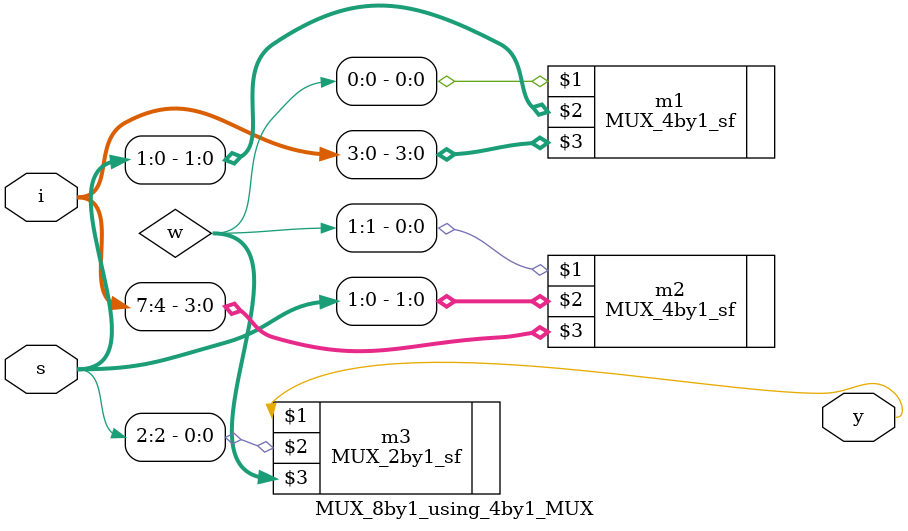
<source format=v>
`timescale 1ns / 1ps


module MUX_8by1_using_4by1_MUX(y,s,i);
input [7:0]i;
input [3:0]s;
output y;
wire [1:0]w;
MUX_4by1_sf m1(w[0],s[1:0],i[3:0]);
MUX_4by1_sf m2(w[1],s[1:0],i[7:4]);

MUX_2by1_sf m3(y,s[2],w);

endmodule



</source>
